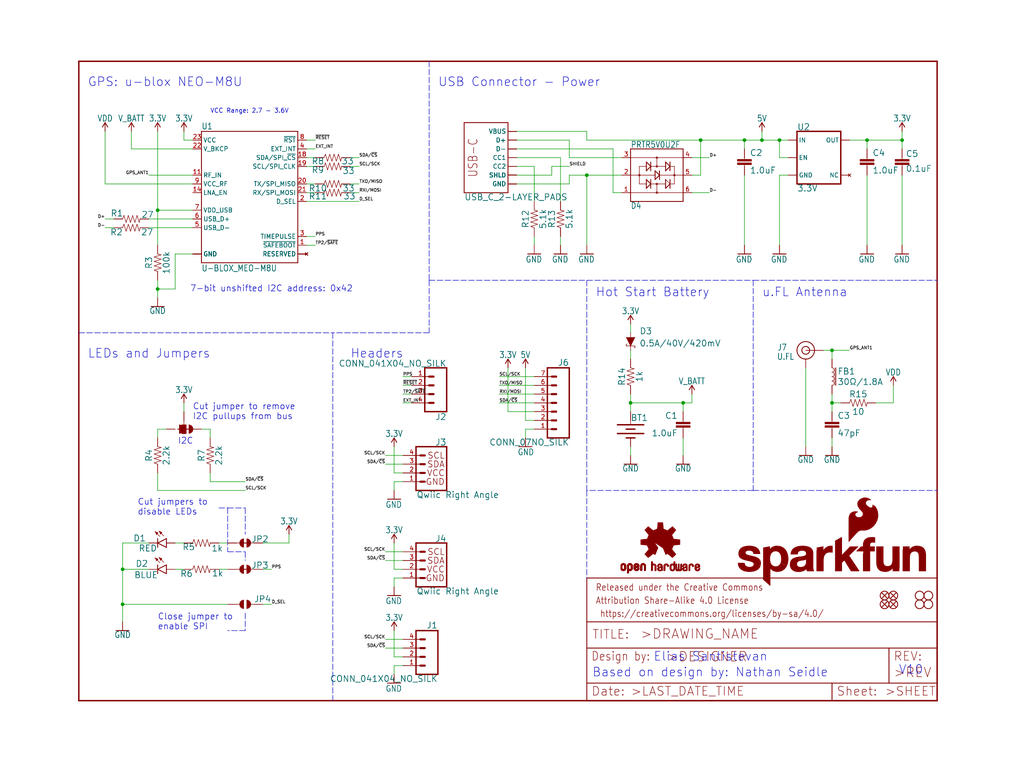
<source format=kicad_sch>
(kicad_sch (version 20211123) (generator eeschema)
  (paper "User" 297.002 223.926)
  (lib_symbols
    (symbol "schematicEagle-eagle-import:0.1UF-0603-25V-(+80{slash}-20%)"
      (property "Reference" "C" (at 1.524 2.921 0))
      (property "Value" "0.1UF-0603-25V-(+80{slash}-20%)" (at 1.524 -2.159 0))
      (symbol "0.1UF-0603-25V-(+80{slash}-20%)_1_0"
        (pin passive line (at 0 5.08 270) (length 2.54) (name "1") (number "1"))
        (pin passive line (at 0 -2.54 90) (length 2.54) (name "2") (number "2"))
      )
    )
    (symbol "schematicEagle-eagle-import:1.0UF-0603-16V-10%"
      (property "Reference" "C" (at 1.524 2.921 0))
      (property "Value" "1.0UF-0603-16V-10%" (at 1.524 -2.159 0))
      (symbol "1.0UF-0603-16V-10%_1_0"
        (pin passive line (at 0 5.08 270) (length 2.54) (name "1") (number "1"))
        (pin passive line (at 0 -2.54 90) (length 2.54) (name "2") (number "2"))
      )
    )
    (symbol "schematicEagle-eagle-import:100KOHM-0603-1{slash}10W-1%"
      (property "Reference" "R" (at 0 1.524 0))
      (property "Value" "100KOHM-0603-1{slash}10W-1%" (at 0 -1.524 0))
      (symbol "100KOHM-0603-1{slash}10W-1%_1_0"
        (pin passive line (at -5.08 0 0) (length 2.54) (name "1") (number "1"))
        (pin passive line (at 5.08 0 180) (length 2.54) (name "2") (number "2"))
      )
    )
    (symbol "schematicEagle-eagle-import:10OHM-0603-1{slash}10W-1%"
      (property "Reference" "R" (at 0 1.524 0))
      (property "Value" "10OHM-0603-1{slash}10W-1%" (at 0 -1.524 0))
      (symbol "10OHM-0603-1{slash}10W-1%_1_0"
        (pin passive line (at -5.08 0 0) (length 2.54) (name "1") (number "1"))
        (pin passive line (at 5.08 0 180) (length 2.54) (name "2") (number "2"))
      )
    )
    (symbol "schematicEagle-eagle-import:1KOHM-0603-1{slash}10W-1%"
      (property "Reference" "R" (at 0 1.524 0))
      (property "Value" "1KOHM-0603-1{slash}10W-1%" (at 0 -1.524 0))
      (symbol "1KOHM-0603-1{slash}10W-1%_1_0"
        (pin passive line (at -5.08 0 0) (length 2.54) (name "1") (number "1"))
        (pin passive line (at 5.08 0 180) (length 2.54) (name "2") (number "2"))
      )
    )
    (symbol "schematicEagle-eagle-import:2.2KOHM-0603-1{slash}10W-1%"
      (property "Reference" "R" (at 0 1.524 0))
      (property "Value" "2.2KOHM-0603-1{slash}10W-1%" (at 0 -1.524 0))
      (symbol "2.2KOHM-0603-1{slash}10W-1%_1_0"
        (pin passive line (at -5.08 0 0) (length 2.54) (name "1") (number "1"))
        (pin passive line (at 5.08 0 180) (length 2.54) (name "2") (number "2"))
      )
    )
    (symbol "schematicEagle-eagle-import:27OHM-0603-1{slash}10W-1%"
      (property "Reference" "R" (at 0 1.524 0))
      (property "Value" "27OHM-0603-1{slash}10W-1%" (at 0 -1.524 0))
      (symbol "27OHM-0603-1{slash}10W-1%_1_0"
        (pin passive line (at -5.08 0 0) (length 2.54) (name "1") (number "1"))
        (pin passive line (at 5.08 0 180) (length 2.54) (name "2") (number "2"))
      )
    )
    (symbol "schematicEagle-eagle-import:3.3V" (power)
      (property "Value" "3.3V" (at 0 2.794 0))
      (symbol "3.3V_1_0"
        (pin power_in line (at 0 0 90) (length 2.54) (name "3.3V") (number "1"))
      )
    )
    (symbol "schematicEagle-eagle-import:33OHM-0603-1{slash}10W-1%"
      (property "Reference" "R" (at 0 1.524 0))
      (property "Value" "33OHM-0603-1{slash}10W-1%" (at 0 -1.524 0))
      (symbol "33OHM-0603-1{slash}10W-1%_1_0"
        (pin passive line (at -5.08 0 0) (length 2.54) (name "1") (number "1"))
        (pin passive line (at 5.08 0 180) (length 2.54) (name "2") (number "2"))
      )
    )
    (symbol "schematicEagle-eagle-import:47PF-0603-50V-5%"
      (property "Reference" "C" (at 1.524 2.921 0))
      (property "Value" "47PF-0603-50V-5%" (at 1.524 -2.159 0))
      (symbol "47PF-0603-50V-5%_1_0"
        (pin passive line (at 0 5.08 270) (length 2.54) (name "1") (number "1"))
        (pin passive line (at 0 -2.54 90) (length 2.54) (name "2") (number "2"))
      )
    )
    (symbol "schematicEagle-eagle-import:5.1KOHM5.1KOHM-0603-1{slash}10W-1%"
      (property "Reference" "R" (at 0 1.524 0))
      (property "Value" "5.1KOHM5.1KOHM-0603-1{slash}10W-1%" (at 0 -1.524 0))
      (symbol "5.1KOHM5.1KOHM-0603-1{slash}10W-1%_1_0"
        (pin passive line (at -5.08 0 0) (length 2.54) (name "1") (number "1"))
        (pin passive line (at 5.08 0 180) (length 2.54) (name "2") (number "2"))
      )
    )
    (symbol "schematicEagle-eagle-import:5V" (power)
      (property "Value" "5V" (at 0 2.794 0))
      (symbol "5V_1_0"
        (pin power_in line (at 0 0 90) (length 2.54) (name "5V") (number "1"))
      )
    )
    (symbol "schematicEagle-eagle-import:CONN_041X04_NO_SILK"
      (property "Reference" "J" (at -5.08 8.128 0))
      (property "Value" "CONN_041X04_NO_SILK" (at -5.08 -7.366 0))
      (symbol "CONN_041X04_NO_SILK_1_0"
        (pin passive line (at 5.08 -2.54 180) (length 5.08) (name "1") (number "1"))
        (pin passive line (at 5.08 0 180) (length 5.08) (name "2") (number "2"))
        (pin passive line (at 5.08 2.54 180) (length 5.08) (name "3") (number "3"))
        (pin passive line (at 5.08 5.08 180) (length 5.08) (name "4") (number "4"))
      )
    )
    (symbol "schematicEagle-eagle-import:CONN_07NO_SILK"
      (property "Reference" "J" (at -5.08 13.208 0))
      (property "Value" "CONN_07NO_SILK" (at -5.08 -9.906 0))
      (symbol "CONN_07NO_SILK_1_0"
        (pin passive line (at 5.08 -5.08 180) (length 5.08) (name "1") (number "1"))
        (pin passive line (at 5.08 -2.54 180) (length 5.08) (name "2") (number "2"))
        (pin passive line (at 5.08 0 180) (length 5.08) (name "3") (number "3"))
        (pin passive line (at 5.08 2.54 180) (length 5.08) (name "4") (number "4"))
        (pin passive line (at 5.08 5.08 180) (length 5.08) (name "5") (number "5"))
        (pin passive line (at 5.08 7.62 180) (length 5.08) (name "6") (number "6"))
        (pin passive line (at 5.08 10.16 180) (length 5.08) (name "7") (number "7"))
      )
    )
    (symbol "schematicEagle-eagle-import:DIODE-SCHOTTKY-PMEG4005EJ"
      (property "Reference" "D" (at -2.54 2.032 0))
      (property "Value" "DIODE-SCHOTTKY-PMEG4005EJ" (at -2.54 -2.032 0))
      (symbol "DIODE-SCHOTTKY-PMEG4005EJ_1_0"
        (pin passive line (at -2.54 0 0) (length 0) (name "A") (number "A"))
        (pin passive line (at 2.54 0 180) (length 0) (name "C") (number "C"))
      )
    )
    (symbol "schematicEagle-eagle-import:FERRITE_BEAD-0603"
      (property "Reference" "FB" (at 1.27 2.54 0))
      (property "Value" "FERRITE_BEAD-0603" (at 1.27 -2.54 0))
      (symbol "FERRITE_BEAD-0603_1_0"
        (pin passive line (at 0 5.08 270) (length 2.54) (name "1") (number "1"))
        (pin passive line (at 0 -5.08 90) (length 2.54) (name "2") (number "2"))
      )
    )
    (symbol "schematicEagle-eagle-import:FIDUCIALUFIDUCIAL")
    (symbol "schematicEagle-eagle-import:FRAME-LETTER"
      (symbol "FRAME-LETTER_2_0"
        (text " https://creativecommons.org/licenses/by-sa/4.0/" (at 2.54 24.13 0) (effects (font (size 1.9304 1.6408)) (justify left bottom)))
        (text ">DESIGNER" (at 23.114 11.176 0) (effects (font (size 2.7432 2.7432)) (justify left bottom)))
        (text ">DRAWING_NAME" (at 15.494 17.78 0) (effects (font (size 2.7432 2.7432)) (justify left bottom)))
        (text ">LAST_DATE_TIME" (at 12.7 1.27 0) (effects (font (size 2.54 2.54)) (justify left bottom)))
        (text ">REV" (at 88.9 6.604 0) (effects (font (size 2.7432 2.7432)) (justify left bottom)))
        (text ">SHEET" (at 86.36 1.27 0) (effects (font (size 2.54 2.54)) (justify left bottom)))
        (text "Attribution Share-Alike 4.0 License" (at 2.54 27.94 0) (effects (font (size 1.9304 1.6408)) (justify left bottom)))
        (text "Date:" (at 1.27 1.27 0) (effects (font (size 2.54 2.54)) (justify left bottom)))
        (text "Design by:" (at 1.27 11.43 0) (effects (font (size 2.54 2.159)) (justify left bottom)))
        (text "Released under the Creative Commons" (at 2.54 31.75 0) (effects (font (size 1.9304 1.6408)) (justify left bottom)))
        (text "REV:" (at 88.9 11.43 0) (effects (font (size 2.54 2.54)) (justify left bottom)))
        (text "Sheet:" (at 72.39 1.27 0) (effects (font (size 2.54 2.54)) (justify left bottom)))
        (text "TITLE:" (at 1.524 17.78 0) (effects (font (size 2.54 2.54)) (justify left bottom)))
      )
    )
    (symbol "schematicEagle-eagle-import:GND" (power)
      (property "Value" "GND" (at 0 -0.254 0))
      (symbol "GND_1_0"
        (pin power_in line (at 0 2.54 270) (length 2.54) (name "GND") (number "1"))
      )
    )
    (symbol "schematicEagle-eagle-import:I2C_STANDARDQWIIC"
      (property "Reference" "J" (at -5.08 7.874 0))
      (property "Value" "I2C_STANDARDQWIIC" (at -5.08 -5.334 0))
      (symbol "I2C_STANDARDQWIIC_1_0"
        (text "GND" (at -4.572 -2.54 0) (effects (font (size 1.778 1.778)) (justify left)))
        (text "SCL" (at -4.572 5.08 0) (effects (font (size 1.778 1.778)) (justify left)))
        (text "SDA" (at -4.572 2.54 0) (effects (font (size 1.778 1.778)) (justify left)))
        (text "VCC" (at -4.572 0 0) (effects (font (size 1.778 1.778)) (justify left)))
        (pin power_in line (at 7.62 -2.54 180) (length 5.08) (name "1") (number "1"))
        (pin power_in line (at 7.62 0 180) (length 5.08) (name "2") (number "2"))
        (pin passive line (at 7.62 2.54 180) (length 5.08) (name "3") (number "3"))
        (pin passive line (at 7.62 5.08 180) (length 5.08) (name "4") (number "4"))
      )
    )
    (symbol "schematicEagle-eagle-import:JUMPER-SMT_2_NC_TRACE_SILK"
      (property "Reference" "JP" (at -2.54 2.54 0))
      (property "Value" "JUMPER-SMT_2_NC_TRACE_SILK" (at -2.54 -2.54 0))
      (symbol "JUMPER-SMT_2_NC_TRACE_SILK_1_0"
        (pin passive line (at -5.08 0 0) (length 2.54) (name "1") (number "1"))
        (pin passive line (at 5.08 0 180) (length 2.54) (name "2") (number "2"))
      )
    )
    (symbol "schematicEagle-eagle-import:JUMPER-SMT_2_NO_SILK"
      (property "Reference" "JP" (at -2.54 2.54 0))
      (property "Value" "JUMPER-SMT_2_NO_SILK" (at -2.54 -2.54 0))
      (symbol "JUMPER-SMT_2_NO_SILK_1_0"
        (pin passive line (at -5.08 0 0) (length 2.54) (name "1") (number "1"))
        (pin passive line (at 5.08 0 180) (length 2.54) (name "2") (number "2"))
      )
    )
    (symbol "schematicEagle-eagle-import:JUMPER-SMT_3_2-NC_TRACE_SILK"
      (property "Reference" "JP" (at 2.54 0.381 0))
      (property "Value" "JUMPER-SMT_3_2-NC_TRACE_SILK" (at 2.54 -0.381 0))
      (symbol "JUMPER-SMT_3_2-NC_TRACE_SILK_1_0"
        (pin passive line (at 0 5.08 270) (length 2.54) (name "1") (number "1"))
        (pin passive line (at -5.08 0 0) (length 2.54) (name "2") (number "2"))
        (pin passive line (at 0 -5.08 90) (length 2.54) (name "3") (number "3"))
      )
    )
    (symbol "schematicEagle-eagle-import:LED-BLUE0603"
      (property "Reference" "D" (at -3.429 -4.572 90))
      (property "Value" "LED-BLUE0603" (at 1.905 -4.572 90))
      (symbol "LED-BLUE0603_1_0"
        (pin passive line (at 0 2.54 270) (length 2.54) (name "A") (number "A"))
        (pin passive line (at 0 -5.08 90) (length 2.54) (name "C") (number "C"))
      )
    )
    (symbol "schematicEagle-eagle-import:LED-RED0603"
      (property "Reference" "D" (at -3.429 -4.572 90))
      (property "Value" "LED-RED0603" (at 1.905 -4.572 90))
      (symbol "LED-RED0603_1_0"
        (pin passive line (at 0 2.54 270) (length 2.54) (name "A") (number "A"))
        (pin passive line (at 0 -5.08 90) (length 2.54) (name "C") (number "C"))
      )
    )
    (symbol "schematicEagle-eagle-import:ML414H_IV01E_BATTERY"
      (property "Reference" "BT" (at 0 4.318 0))
      (property "Value" "ML414H_IV01E_BATTERY" (at 0 -4.318 0))
      (symbol "ML414H_IV01E_BATTERY_1_0"
        (pin power_in line (at -5.08 0 0) (length 2.54) (name "+") (number "+"))
        (pin power_in line (at 5.08 0 180) (length 2.54) (name "-") (number "-"))
      )
    )
    (symbol "schematicEagle-eagle-import:OSHW-LOGOMINI")
    (symbol "schematicEagle-eagle-import:PRTR5V0U2F"
      (property "Reference" "D" (at -7.62 7.874 0))
      (property "Value" "PRTR5V0U2F" (at -7.62 -7.874 0))
      (symbol "PRTR5V0U2F_1_0"
        (pin bidirectional line (at -10.16 5.08 0) (length 2.54) (name "1") (number "1"))
        (pin bidirectional line (at -10.16 0 0) (length 2.54) (name "2") (number "2"))
        (pin bidirectional line (at -10.16 -5.08 0) (length 2.54) (name "3") (number "3"))
        (pin bidirectional line (at 10.16 -5.08 180) (length 2.54) (name "4") (number "4"))
        (pin bidirectional line (at 10.16 0 180) (length 2.54) (name "5") (number "5"))
        (pin bidirectional line (at 10.16 5.08 180) (length 2.54) (name "6") (number "6"))
      )
    )
    (symbol "schematicEagle-eagle-import:SFE_LOGO_NAME_FLAME.1_INCH")
    (symbol "schematicEagle-eagle-import:STAND-OFF")
    (symbol "schematicEagle-eagle-import:U-BLOX_MEO-M8U"
      (property "Reference" "U" (at -12.7 18.288 0))
      (property "Value" "U-BLOX_MEO-M8U" (at -12.7 -22.86 0))
      (symbol "U-BLOX_MEO-M8U_1_0"
        (pin bidirectional line (at 17.78 -15.24 180) (length 2.54) (name "~{SAFEBOOT}") (number "1"))
        (pin bidirectional line (at -15.24 -17.78 0) (length 2.54) (name "GND") (number "10"))
        (pin bidirectional line (at -15.24 5.08 0) (length 2.54) (name "RF_IN") (number "11"))
        (pin bidirectional line (at -15.24 -17.78 0) (length 2.54) (name "GND") (number "12"))
        (pin bidirectional line (at -15.24 -17.78 0) (length 2.54) (name "GND") (number "13"))
        (pin bidirectional line (at -15.24 0 0) (length 2.54) (name "LNA_EN") (number "14"))
        (pin no_connect line (at 17.78 -17.78 180) (length 2.54) (name "RESERVED") (number "15"))
        (pin no_connect line (at 17.78 -17.78 180) (length 2.54) (name "RESERVED") (number "16"))
        (pin no_connect line (at 17.78 -17.78 180) (length 2.54) (name "RESERVED") (number "17"))
        (pin bidirectional line (at 17.78 10.16 180) (length 2.54) (name "SDA/SPI_~{CS}") (number "18"))
        (pin bidirectional line (at 17.78 7.62 180) (length 2.54) (name "SCL/SPI_CLK") (number "19"))
        (pin bidirectional line (at 17.78 -2.54 180) (length 2.54) (name "D_SEL") (number "2"))
        (pin bidirectional line (at 17.78 2.54 180) (length 2.54) (name "TX/SPI_MISO") (number "20"))
        (pin bidirectional line (at 17.78 0 180) (length 2.54) (name "RX/SPI_MOSI") (number "21"))
        (pin bidirectional line (at -15.24 12.7 0) (length 2.54) (name "V_BKCP") (number "22"))
        (pin bidirectional line (at -15.24 15.24 0) (length 2.54) (name "VCC") (number "23"))
        (pin bidirectional line (at -15.24 -17.78 0) (length 2.54) (name "GND") (number "24"))
        (pin bidirectional line (at 17.78 -12.7 180) (length 2.54) (name "TIMEPULSE") (number "3"))
        (pin bidirectional line (at 17.78 12.7 180) (length 2.54) (name "EXT_INT") (number "4"))
        (pin bidirectional line (at -15.24 -10.16 0) (length 2.54) (name "USB_D-") (number "5"))
        (pin bidirectional line (at -15.24 -7.62 0) (length 2.54) (name "USB_D+") (number "6"))
        (pin bidirectional line (at -15.24 -5.08 0) (length 2.54) (name "VDD_USB") (number "7"))
        (pin bidirectional line (at 17.78 15.24 180) (length 2.54) (name "~{RST}") (number "8"))
        (pin bidirectional line (at -15.24 2.54 0) (length 2.54) (name "VCC_RF") (number "9"))
      )
    )
    (symbol "schematicEagle-eagle-import:U.FL2PIN"
      (property "Reference" "J" (at 2.54 -5.08 0))
      (property "Value" "U.FL2PIN" (at 2.54 -7.62 0))
      (symbol "U.FL2PIN_1_0"
        (pin bidirectional line (at 0 -5.08 90) (length 2.54) (name "GND") (number "1"))
        (pin bidirectional line (at 0 -5.08 90) (length 2.54) (name "GND") (number "2"))
        (pin bidirectional line (at 5.08 0 180) (length 5.08) (name "SIGNAL") (number "FEED"))
      )
    )
    (symbol "schematicEagle-eagle-import:USB_C_2-LAYER_PADS"
      (property "Reference" "J" (at -2.54 10.414 0))
      (property "Value" "USB_C_2-LAYER_PADS" (at -2.54 -12.446 0))
      (symbol "USB_C_2-LAYER_PADS_1_0"
        (text "USB-C" (at 0 0 900) (effects (font (size 2.54 2.159))))
        (pin bidirectional line (at 12.7 0 180) (length 2.54) (name "CC1") (number "A5"))
        (pin bidirectional line (at 12.7 5.08 180) (length 2.54) (name "D+") (number "A6"))
        (pin bidirectional line (at 12.7 2.54 180) (length 2.54) (name "D-") (number "A7"))
        (pin bidirectional line (at 12.7 -2.54 180) (length 2.54) (name "CC2") (number "B5"))
        (pin bidirectional line (at 12.7 5.08 180) (length 2.54) (name "D+") (number "B6"))
        (pin bidirectional line (at 12.7 2.54 180) (length 2.54) (name "D-") (number "B7"))
        (pin bidirectional line (at 12.7 -7.62 180) (length 2.54) (name "GND") (number "GND"))
        (pin bidirectional line (at 12.7 -7.62 180) (length 2.54) (name "GND") (number "GND2"))
        (pin bidirectional line (at 12.7 -5.08 180) (length 2.54) (name "SHLD") (number "SHLD1"))
        (pin bidirectional line (at 12.7 -5.08 180) (length 2.54) (name "SHLD") (number "SHLD2"))
        (pin bidirectional line (at 12.7 -5.08 180) (length 2.54) (name "SHLD") (number "SHLD3"))
        (pin bidirectional line (at 12.7 -5.08 180) (length 2.54) (name "SHLD") (number "SHLD4"))
        (pin bidirectional line (at 12.7 7.62 180) (length 2.54) (name "VBUS") (number "VBUS1"))
        (pin bidirectional line (at 12.7 7.62 180) (length 2.54) (name "VBUS") (number "VBUS2"))
      )
    )
    (symbol "schematicEagle-eagle-import:VDD" (power)
      (property "Value" "VDD" (at 0 2.794 0))
      (symbol "VDD_1_0"
        (pin power_in line (at 0 0 90) (length 2.54) (name "VDD") (number "1"))
      )
    )
    (symbol "schematicEagle-eagle-import:V_BATT" (power)
      (property "Value" "V_BATT" (at 0 2.794 0))
      (symbol "V_BATT_1_0"
        (pin power_in line (at 0 0 90) (length 2.54) (name "V_BATT") (number "1"))
      )
    )
    (symbol "schematicEagle-eagle-import:V_REG_AP2112K-3.3V"
      (property "Reference" "U" (at -7.62 7.874 0))
      (property "Value" "V_REG_AP2112K-3.3V" (at -7.62 -7.874 0))
      (symbol "V_REG_AP2112K-3.3V_1_0"
        (pin input line (at -10.16 5.08 0) (length 2.54) (name "IN") (number "1"))
        (pin input line (at -10.16 -5.08 0) (length 2.54) (name "GND") (number "2"))
        (pin input line (at -10.16 0 0) (length 2.54) (name "EN") (number "3"))
        (pin no_connect line (at 7.62 -5.08 180) (length 2.54) (name "NC") (number "4"))
        (pin passive line (at 7.62 5.08 180) (length 2.54) (name "OUT") (number "5"))
      )
    )
  )
  (junction (at 198.12 116.84))
  (junction (at 170.18 50.8))
  (junction (at 182.88 116.84))
  (junction (at 226.06 40.64))
  (junction (at 261.62 40.64))
  (junction (at 35.56 175.26))
  (junction (at 35.56 165.1))
  (junction (at 215.9 40.64))
  (junction (at 45.72 60.96))
  (junction (at 203.2 40.64))
  (junction (at 241.3 116.84))
  (junction (at 241.3 101.6))
  (junction (at 220.98 40.64))
  (junction (at 251.46 40.64))
  (junction (at 45.72 83.82))
  (wire (pts (xy 241.3 129.54) (xy 241.3 127)))
  (wire (pts (xy 226.06 40.64) (xy 220.98 40.64)))
  (wire (pts (xy 241.3 114.3) (xy 241.3 116.84)))
  (polyline (pts (xy 71.12 160.02) (xy 71.12 162.56)))
  (wire (pts (xy 182.88 114.3) (xy 182.88 116.84)))
  (wire (pts (xy 116.84 134.62) (xy 111.76 134.62)))
  (wire (pts (xy 241.3 101.6) (xy 238.76 101.6)))
  (wire (pts (xy 165.1 45.72) (xy 180.34 45.72)))
  (polyline (pts (xy 124.46 96.52) (xy 96.52 96.52)))
  (wire (pts (xy 60.96 127) (xy 60.96 124.46)))
  (wire (pts (xy 116.84 139.7) (xy 114.3 139.7)))
  (wire (pts (xy 251.46 71.12) (xy 251.46 50.8)))
  (polyline (pts (xy 170.18 81.28) (xy 218.44 81.28)))
  (wire (pts (xy 233.68 129.54) (xy 233.68 106.68)))
  (wire (pts (xy 226.06 50.8) (xy 226.06 71.12)))
  (wire (pts (xy 243.84 116.84) (xy 241.3 116.84)))
  (wire (pts (xy 177.8 43.18) (xy 177.8 55.88)))
  (wire (pts (xy 182.88 101.6) (xy 182.88 104.14)))
  (wire (pts (xy 198.12 116.84) (xy 182.88 116.84)))
  (wire (pts (xy 160.02 50.8) (xy 160.02 48.26)))
  (wire (pts (xy 83.82 157.48) (xy 83.82 154.94)))
  (wire (pts (xy 101.6 55.88) (xy 104.14 55.88)))
  (wire (pts (xy 182.88 93.98) (xy 182.88 96.52)))
  (wire (pts (xy 220.98 40.64) (xy 215.9 40.64)))
  (wire (pts (xy 154.94 124.46) (xy 152.4 124.46)))
  (wire (pts (xy 251.46 40.64) (xy 261.62 40.64)))
  (wire (pts (xy 170.18 38.1) (xy 170.18 40.64)))
  (wire (pts (xy 88.9 40.64) (xy 91.44 40.64)))
  (wire (pts (xy 114.3 193.04) (xy 114.3 195.58)))
  (wire (pts (xy 200.66 116.84) (xy 198.12 116.84)))
  (wire (pts (xy 241.3 101.6) (xy 241.3 104.14)))
  (wire (pts (xy 45.72 137.16) (xy 45.72 142.24)))
  (wire (pts (xy 38.1 38.1) (xy 38.1 43.18)))
  (wire (pts (xy 55.88 43.18) (xy 38.1 43.18)))
  (wire (pts (xy 60.96 124.46) (xy 58.42 124.46)))
  (wire (pts (xy 33.02 66.04) (xy 30.48 66.04)))
  (wire (pts (xy 149.86 38.1) (xy 170.18 38.1)))
  (wire (pts (xy 182.88 116.84) (xy 182.88 119.38)))
  (wire (pts (xy 116.84 162.56) (xy 111.76 162.56)))
  (wire (pts (xy 149.86 50.8) (xy 160.02 50.8)))
  (wire (pts (xy 101.6 53.34) (xy 104.14 53.34)))
  (wire (pts (xy 116.84 185.42) (xy 111.76 185.42)))
  (wire (pts (xy 78.74 175.26) (xy 76.2 175.26)))
  (wire (pts (xy 200.66 55.88) (xy 205.74 55.88)))
  (wire (pts (xy 154.94 116.84) (xy 144.78 116.84)))
  (wire (pts (xy 88.9 71.12) (xy 91.44 71.12)))
  (wire (pts (xy 246.38 40.64) (xy 251.46 40.64)))
  (wire (pts (xy 154.94 121.92) (xy 152.4 121.92)))
  (wire (pts (xy 55.88 66.04) (xy 43.18 66.04)))
  (wire (pts (xy 55.88 73.66) (xy 50.8 73.66)))
  (wire (pts (xy 33.02 63.5) (xy 30.48 63.5)))
  (polyline (pts (xy 218.44 142.24) (xy 271.78 142.24)))
  (wire (pts (xy 149.86 43.18) (xy 177.8 43.18)))
  (wire (pts (xy 200.66 114.3) (xy 200.66 116.84)))
  (polyline (pts (xy 66.04 160.02) (xy 71.12 160.02)))
  (wire (pts (xy 154.94 119.38) (xy 147.32 119.38)))
  (wire (pts (xy 154.94 58.42) (xy 154.94 48.26)))
  (wire (pts (xy 241.3 116.84) (xy 241.3 119.38)))
  (wire (pts (xy 203.2 40.64) (xy 170.18 40.64)))
  (wire (pts (xy 45.72 127) (xy 45.72 124.46)))
  (wire (pts (xy 119.38 116.84) (xy 116.84 116.84)))
  (wire (pts (xy 154.94 111.76) (xy 144.78 111.76)))
  (wire (pts (xy 50.8 73.66) (xy 50.8 83.82)))
  (wire (pts (xy 200.66 50.8) (xy 203.2 50.8)))
  (wire (pts (xy 116.84 165.1) (xy 114.3 165.1)))
  (wire (pts (xy 116.84 190.5) (xy 114.3 190.5)))
  (wire (pts (xy 261.62 38.1) (xy 261.62 40.64)))
  (wire (pts (xy 259.08 116.84) (xy 259.08 111.76)))
  (wire (pts (xy 116.84 187.96) (xy 111.76 187.96)))
  (wire (pts (xy 182.88 129.54) (xy 182.88 132.08)))
  (wire (pts (xy 154.94 68.58) (xy 154.94 71.12)))
  (wire (pts (xy 198.12 116.84) (xy 198.12 119.38)))
  (wire (pts (xy 180.34 50.8) (xy 170.18 50.8)))
  (wire (pts (xy 91.44 55.88) (xy 88.9 55.88)))
  (wire (pts (xy 160.02 48.26) (xy 165.1 48.26)))
  (wire (pts (xy 66.04 175.26) (xy 35.56 175.26)))
  (wire (pts (xy 154.94 48.26) (xy 149.86 48.26)))
  (wire (pts (xy 43.18 165.1) (xy 35.56 165.1)))
  (wire (pts (xy 251.46 40.64) (xy 251.46 43.18)))
  (polyline (pts (xy 124.46 81.28) (xy 124.46 96.52)))
  (wire (pts (xy 114.3 137.16) (xy 114.3 129.54)))
  (wire (pts (xy 147.32 119.38) (xy 147.32 106.68)))
  (wire (pts (xy 53.34 116.84) (xy 53.34 119.38)))
  (wire (pts (xy 220.98 40.64) (xy 220.98 38.1)))
  (wire (pts (xy 154.94 114.3) (xy 144.78 114.3)))
  (wire (pts (xy 101.6 45.72) (xy 104.14 45.72)))
  (wire (pts (xy 45.72 38.1) (xy 45.72 60.96)))
  (wire (pts (xy 55.88 40.64) (xy 53.34 40.64)))
  (wire (pts (xy 45.72 142.24) (xy 71.12 142.24)))
  (wire (pts (xy 66.04 165.1) (xy 63.5 165.1)))
  (wire (pts (xy 76.2 157.48) (xy 83.82 157.48)))
  (polyline (pts (xy 170.18 81.28) (xy 170.18 142.24)))
  (wire (pts (xy 91.44 48.26) (xy 88.9 48.26)))
  (wire (pts (xy 119.38 111.76) (xy 116.84 111.76)))
  (wire (pts (xy 177.8 55.88) (xy 180.34 55.88)))
  (wire (pts (xy 116.84 160.02) (xy 111.76 160.02)))
  (polyline (pts (xy 71.12 147.32) (xy 71.12 154.94)))
  (polyline (pts (xy 170.18 142.24) (xy 170.18 167.64)))
  (wire (pts (xy 170.18 50.8) (xy 170.18 71.12)))
  (wire (pts (xy 149.86 45.72) (xy 162.56 45.72)))
  (wire (pts (xy 101.6 48.26) (xy 104.14 48.26)))
  (wire (pts (xy 114.3 167.64) (xy 114.3 170.18)))
  (wire (pts (xy 200.66 45.72) (xy 205.74 45.72)))
  (wire (pts (xy 116.84 137.16) (xy 114.3 137.16)))
  (wire (pts (xy 53.34 38.1) (xy 53.34 40.64)))
  (wire (pts (xy 152.4 121.92) (xy 152.4 106.68)))
  (wire (pts (xy 50.8 157.48) (xy 53.34 157.48)))
  (wire (pts (xy 116.84 132.08) (xy 111.76 132.08)))
  (wire (pts (xy 114.3 139.7) (xy 114.3 142.24)))
  (wire (pts (xy 165.1 45.72) (xy 165.1 40.64)))
  (wire (pts (xy 35.56 165.1) (xy 35.56 175.26)))
  (polyline (pts (xy 71.12 182.88) (xy 66.04 182.88)))
  (polyline (pts (xy 218.44 142.24) (xy 170.18 142.24)))
  (polyline (pts (xy 71.12 177.8) (xy 71.12 182.88)))
  (wire (pts (xy 165.1 50.8) (xy 165.1 53.34)))
  (wire (pts (xy 35.56 175.26) (xy 35.56 180.34)))
  (wire (pts (xy 119.38 114.3) (xy 116.84 114.3)))
  (wire (pts (xy 203.2 50.8) (xy 203.2 40.64)))
  (polyline (pts (xy 218.44 81.28) (xy 218.44 142.24)))
  (wire (pts (xy 165.1 53.34) (xy 149.86 53.34)))
  (wire (pts (xy 154.94 109.22) (xy 144.78 109.22)))
  (polyline (pts (xy 218.44 81.28) (xy 271.78 81.28)))
  (wire (pts (xy 114.3 165.1) (xy 114.3 157.48)))
  (wire (pts (xy 88.9 58.42) (xy 104.14 58.42)))
  (wire (pts (xy 261.62 71.12) (xy 261.62 50.8)))
  (wire (pts (xy 261.62 43.18) (xy 261.62 40.64)))
  (wire (pts (xy 215.9 40.64) (xy 203.2 40.64)))
  (wire (pts (xy 152.4 124.46) (xy 152.4 127)))
  (wire (pts (xy 66.04 157.48) (xy 63.5 157.48)))
  (wire (pts (xy 88.9 43.18) (xy 91.44 43.18)))
  (wire (pts (xy 119.38 109.22) (xy 116.84 109.22)))
  (wire (pts (xy 45.72 81.28) (xy 45.72 83.82)))
  (wire (pts (xy 88.9 68.58) (xy 91.44 68.58)))
  (wire (pts (xy 114.3 190.5) (xy 114.3 182.88)))
  (wire (pts (xy 60.96 139.7) (xy 71.12 139.7)))
  (wire (pts (xy 60.96 137.16) (xy 60.96 139.7)))
  (wire (pts (xy 53.34 165.1) (xy 50.8 165.1)))
  (wire (pts (xy 170.18 50.8) (xy 165.1 50.8)))
  (wire (pts (xy 228.6 50.8) (xy 226.06 50.8)))
  (wire (pts (xy 45.72 124.46) (xy 48.26 124.46)))
  (wire (pts (xy 162.56 45.72) (xy 162.56 58.42)))
  (wire (pts (xy 45.72 83.82) (xy 45.72 86.36)))
  (wire (pts (xy 50.8 83.82) (xy 45.72 83.82)))
  (polyline (pts (xy 96.52 96.52) (xy 96.52 203.2)))
  (wire (pts (xy 55.88 50.8) (xy 43.18 50.8)))
  (wire (pts (xy 45.72 60.96) (xy 45.72 71.12)))
  (wire (pts (xy 226.06 45.72) (xy 226.06 40.64)))
  (wire (pts (xy 55.88 63.5) (xy 43.18 63.5)))
  (wire (pts (xy 198.12 127) (xy 198.12 132.08)))
  (polyline (pts (xy 63.5 147.32) (xy 66.04 147.32)))
  (polyline (pts (xy 66.04 147.32) (xy 66.04 160.02)))
  (wire (pts (xy 76.2 165.1) (xy 78.74 165.1)))
  (polyline (pts (xy 124.46 17.78) (xy 124.46 81.28)))
  (wire (pts (xy 55.88 53.34) (xy 30.48 53.34)))
  (wire (pts (xy 35.56 157.48) (xy 35.56 165.1)))
  (wire (pts (xy 91.44 53.34) (xy 88.9 53.34)))
  (wire (pts (xy 55.88 60.96) (xy 45.72 60.96)))
  (wire (pts (xy 30.48 53.34) (xy 30.48 38.1)))
  (wire (pts (xy 215.9 43.18) (xy 215.9 40.64)))
  (wire (pts (xy 215.9 71.12) (xy 215.9 50.8)))
  (polyline (pts (xy 66.04 147.32) (xy 71.12 147.32)))
  (wire (pts (xy 228.6 45.72) (xy 226.06 45.72)))
  (wire (pts (xy 165.1 40.64) (xy 149.86 40.64)))
  (wire (pts (xy 254 116.84) (xy 259.08 116.84)))
  (polyline (pts (xy 124.46 81.28) (xy 170.18 81.28)))
  (polyline (pts (xy 22.86 96.52) (xy 96.52 96.52)))
  (wire (pts (xy 116.84 193.04) (xy 114.3 193.04)))
  (wire (pts (xy 116.84 167.64) (xy 114.3 167.64)))
  (wire (pts (xy 226.06 40.64) (xy 228.6 40.64)))
  (wire (pts (xy 162.56 68.58) (xy 162.56 71.12)))
  (wire (pts (xy 91.44 45.72) (xy 88.9 45.72)))
  (wire (pts (xy 35.56 157.48) (xy 43.18 157.48)))
  (wire (pts (xy 246.38 101.6) (xy 241.3 101.6)))
  (text "Based on design by: Nathan Seidle" (at 171.704 196.596 180) (effects (font (size 2.54 2.54)) (justify left bottom)))
  (text "Headers" (at 101.6 104.14 180) (effects (font (size 2.54 2.54)) (justify left bottom)))
  (text "u.FL Antenna" (at 220.98 86.36 180) (effects (font (size 2.54 2.54)) (justify left bottom)))
  (text "V10" (at 260.604 195.834 180) (effects (font (size 2.54 2.54)) (justify left bottom)))
  (text "VCC Range: 2.7 - 3.6V" (at 60.96 33.02 180) (effects (font (size 1.27 1.27)) (justify left bottom)))
  (text "LEDs and Jumpers" (at 25.4 104.14 180) (effects (font (size 2.54 2.54)) (justify left bottom)))
  (text "Elias Santistevan" (at 189.484 192.024 180) (effects (font (size 2.54 2.54)) (justify left bottom)))
  (text "GPS: u-blox NEO-M8U" (at 25.4 25.4 180) (effects (font (size 2.54 2.54)) (justify left bottom)))
  (text "I2C" (at 51.562 129.032 180) (effects (font (size 1.778 1.778)) (justify left bottom)))
  (text "Hot Start Battery" (at 172.72 86.36 180) (effects (font (size 2.54 2.54)) (justify left bottom)))
  (text "USB Connector - Power" (at 127 25.4 180) (effects (font (size 2.54 2.54)) (justify left bottom)))
  (text "Cut jumper to remove\nI2C pullups from bus" (at 55.88 121.92 180) (effects (font (size 1.778 1.778)) (justify left bottom)))
  (text "Cut jumpers to\ndisable LEDs" (at 39.878 149.606 180) (effects (font (size 1.778 1.778)) (justify left bottom)))
  (text "Close jumper to\nenable SPI" (at 45.72 182.88 180) (effects (font (size 1.778 1.778)) (justify left bottom)))
  (text "7-bit unshifted I2C address: 0x42" (at 78.74 83.82 180) (effects (font (size 1.778 1.778))))
  (label "SCL/SCK" (at 144.78 109.22 0) (effects (font (size 0.889 0.889))))
  (label "SHIELD" (at 165.1 48.26 0) (effects (font (size 0.889 0.889))))
  (label "RXI/MOSI" (at 104.14 55.88 0) (effects (font (size 0.889 0.889))))
  (label "SCL/SCK" (at 111.76 185.42 180) (effects (font (size 0.889 0.889))))
  (label "SDA/~{CS}" (at 111.76 162.56 180) (effects (font (size 0.889 0.889))))
  (label "GPS_ANT1" (at 246.38 101.6 0) (effects (font (size 0.889 0.889))))
  (label "SDA/~{CS}" (at 111.76 134.62 180) (effects (font (size 0.889 0.889))))
  (label "SCL/SCK" (at 71.12 142.24 0) (effects (font (size 0.889 0.889))))
  (label "SCL/SCK" (at 104.14 48.26 0) (effects (font (size 0.889 0.889))))
  (label "GPS_ANT1" (at 43.18 50.8 180) (effects (font (size 0.889 0.889))))
  (label "SDA/~{CS}" (at 144.78 116.84 0) (effects (font (size 0.889 0.889))))
  (label "TXO/MISO" (at 104.14 53.34 0) (effects (font (size 0.889 0.889))))
  (label "PPS" (at 116.84 109.22 0) (effects (font (size 0.889 0.889))))
  (label "D-" (at 205.74 55.88 0) (effects (font (size 0.889 0.889))))
  (label "D_SEL" (at 104.14 58.42 0) (effects (font (size 0.889 0.889))))
  (label "SDA/~{CS}" (at 111.76 187.96 180) (effects (font (size 0.889 0.889))))
  (label "EXT_INT" (at 116.84 116.84 0) (effects (font (size 0.889 0.889))))
  (label "TP2/~{SAFE}" (at 116.84 114.3 0) (effects (font (size 0.889 0.889))))
  (label "SCL/SCK" (at 111.76 160.02 180) (effects (font (size 0.889 0.889))))
  (label "D-" (at 30.48 66.04 180) (effects (font (size 0.889 0.889))))
  (label "PPS" (at 78.74 165.1 0) (effects (font (size 0.889 0.889))))
  (label "D_SEL" (at 78.74 175.26 0) (effects (font (size 0.889 0.889))))
  (label "TXO/MISO" (at 144.78 111.76 0) (effects (font (size 0.889 0.889))))
  (label "SDA/~{CS}" (at 104.14 45.72 0) (effects (font (size 0.889 0.889))))
  (label "~{RESET}" (at 116.84 111.76 0) (effects (font (size 0.889 0.889))))
  (label "EXT_INT" (at 91.44 43.18 0) (effects (font (size 0.889 0.889))))
  (label "D+" (at 205.74 45.72 0) (effects (font (size 0.889 0.889))))
  (label "SCL/SCK" (at 111.76 132.08 180) (effects (font (size 0.889 0.889))))
  (label "PPS" (at 91.44 68.58 0) (effects (font (size 0.889 0.889))))
  (label "RXI/MOSI" (at 144.78 114.3 0) (effects (font (size 0.889 0.889))))
  (label "TP2/~{SAFE}" (at 91.44 71.12 0) (effects (font (size 0.889 0.889))))
  (label "D+" (at 30.48 63.5 180) (effects (font (size 0.889 0.889))))
  (label "SDA/~{CS}" (at 71.12 139.7 0) (effects (font (size 0.889 0.889))))
  (label "~{RESET}" (at 91.44 40.64 0) (effects (font (size 0.889 0.889))))
  (symbol (lib_id "schematicEagle-eagle-import:3.3V") (at 83.82 154.94 0) (unit 1)
    (property "Reference" "#P+1" (effects hide))
    (property "Value" "3.3V" (at 83.82 152.146 0) (effects (font (size 1.778 1.5113)) (justify bottom)))
    (property "Footprint" "schematicEagle:" (effects hide))
  )
  (symbol (lib_id "schematicEagle-eagle-import:3.3V") (at 45.72 38.1 0) (mirror y) (unit 1)
    (property "Reference" "#SUPPLY6" (effects hide))
    (property "Value" "3.3V" (at 45.72 35.306 0) (effects (font (size 1.778 1.5113)) (justify bottom)))
    (property "Footprint" "schematicEagle:" (effects hide))
  )
  (symbol (lib_id "schematicEagle-eagle-import:2.2KOHM-0603-1{slash}10W-1%") (at 45.72 132.08 90) (unit 1)
    (property "Reference" "R4" (at 44.196 132.08 0) (effects (font (size 1.778 1.778)) (justify bottom)))
    (property "Value" "2.2k" (at 47.244 132.08 0) (effects (font (size 1.778 1.778)) (justify top)))
    (property "Footprint" "schematicEagle:0603" (effects hide))
  )
  (symbol (lib_id "schematicEagle-eagle-import:GND") (at 154.94 73.66 0) (unit 1)
    (property "Reference" "#GND15" (effects hide))
    (property "Value" "GND" (at 152.4 76.2 0) (effects (font (size 1.778 1.5113)) (justify left bottom)))
    (property "Footprint" "schematicEagle:" (effects hide))
  )
  (symbol (lib_id "schematicEagle-eagle-import:GND") (at 241.3 132.08 0) (unit 1)
    (property "Reference" "#GND18" (effects hide))
    (property "Value" "GND" (at 241.3 132.334 0) (effects (font (size 1.778 1.5113)) (justify top)))
    (property "Footprint" "schematicEagle:" (effects hide))
  )
  (symbol (lib_id "schematicEagle-eagle-import:3.3V") (at 147.32 106.68 0) (unit 1)
    (property "Reference" "#SUPPLY10" (effects hide))
    (property "Value" "3.3V" (at 147.32 103.886 0) (effects (font (size 1.778 1.5113)) (justify bottom)))
    (property "Footprint" "schematicEagle:" (effects hide))
  )
  (symbol (lib_id "schematicEagle-eagle-import:JUMPER-SMT_2_NC_TRACE_SILK") (at 71.12 157.48 0) (unit 1)
    (property "Reference" "JP2" (at 77.978 155.321 0) (effects (font (size 1.778 1.778)) (justify right top)))
    (property "Value" "JUMPER-SMT_2_NC_TRACE_SILK" (effects hide))
    (property "Footprint" "schematicEagle:SMT-JUMPER_2_NC_TRACE_SILK" (effects hide))
  )
  (symbol (lib_id "schematicEagle-eagle-import:V_REG_AP2112K-3.3V") (at 238.76 45.72 0) (unit 1)
    (property "Reference" "U2" (at 231.14 37.846 0) (effects (font (size 1.778 1.778)) (justify left bottom)))
    (property "Value" "3.3V" (at 231.14 53.594 0) (effects (font (size 1.778 1.778)) (justify left top)))
    (property "Footprint" "schematicEagle:SOT23-5" (effects hide))
  )
  (symbol (lib_id "schematicEagle-eagle-import:33OHM-0603-1{slash}10W-1%") (at 96.52 55.88 0) (unit 1)
    (property "Reference" "R11" (at 92.202 57.912 0) (effects (font (size 1.778 1.778)) (justify bottom)))
    (property "Value" "33" (at 101.346 57.912 0) (effects (font (size 1.778 1.778)) (justify bottom)))
    (property "Footprint" "schematicEagle:0603" (effects hide))
  )
  (symbol (lib_id "schematicEagle-eagle-import:FRAME-LETTER") (at 170.18 203.2 0) (unit 2)
    (property "Reference" "FRAME1" (effects hide))
    (property "Value" "FRAME-LETTER" (effects hide))
    (property "Footprint" "schematicEagle:CREATIVE_COMMONS" (effects hide))
  )
  (symbol (lib_id "schematicEagle-eagle-import:GND") (at 233.68 132.08 0) (unit 1)
    (property "Reference" "#GND27" (effects hide))
    (property "Value" "GND" (at 233.68 132.334 0) (effects (font (size 1.778 1.5113)) (justify top)))
    (property "Footprint" "schematicEagle:" (effects hide))
  )
  (symbol (lib_id "schematicEagle-eagle-import:1.0UF-0603-16V-10%") (at 215.9 48.26 0) (unit 1)
    (property "Reference" "C2" (at 217.424 45.339 0) (effects (font (size 1.778 1.778)) (justify left bottom)))
    (property "Value" "1.0uF" (at 217.424 50.419 0) (effects (font (size 1.778 1.778)) (justify left bottom)))
    (property "Footprint" "schematicEagle:0603" (effects hide))
  )
  (symbol (lib_id "schematicEagle-eagle-import:GND") (at 162.56 73.66 0) (unit 1)
    (property "Reference" "#GND9" (effects hide))
    (property "Value" "GND" (at 160.02 76.2 0) (effects (font (size 1.778 1.5113)) (justify left bottom)))
    (property "Footprint" "schematicEagle:" (effects hide))
  )
  (symbol (lib_id "schematicEagle-eagle-import:V_BATT") (at 38.1 38.1 0) (unit 1)
    (property "Reference" "#SUPPLY13" (effects hide))
    (property "Value" "V_BATT" (at 38.1 35.306 0) (effects (font (size 1.778 1.5113)) (justify bottom)))
    (property "Footprint" "schematicEagle:" (effects hide))
  )
  (symbol (lib_id "schematicEagle-eagle-import:VDD") (at 259.08 111.76 0) (unit 1)
    (property "Reference" "#SUPPLY15" (effects hide))
    (property "Value" "VDD" (at 259.08 108.966 0) (effects (font (size 1.778 1.5113)) (justify bottom)))
    (property "Footprint" "schematicEagle:" (effects hide))
  )
  (symbol (lib_id "schematicEagle-eagle-import:FERRITE_BEAD-0603") (at 241.3 109.22 0) (unit 1)
    (property "Reference" "FB1" (at 242.824 108.712 0) (effects (font (size 1.778 1.778)) (justify left bottom)))
    (property "Value" "30Ω/1.8A" (at 242.824 109.728 0) (effects (font (size 1.778 1.778)) (justify left top)))
    (property "Footprint" "schematicEagle:0603" (effects hide))
  )
  (symbol (lib_id "schematicEagle-eagle-import:JUMPER-SMT_2_NO_SILK") (at 71.12 175.26 0) (unit 1)
    (property "Reference" "JP4" (at 78.74 172.72 0) (effects (font (size 1.778 1.778)) (justify right top)))
    (property "Value" "JUMPER-SMT_2_NO_SILK" (effects hide))
    (property "Footprint" "schematicEagle:SMT-JUMPER_2_NO_SILK" (effects hide))
  )
  (symbol (lib_id "schematicEagle-eagle-import:VDD") (at 30.48 38.1 0) (unit 1)
    (property "Reference" "#SUPPLY14" (effects hide))
    (property "Value" "VDD" (at 30.48 35.306 0) (effects (font (size 1.778 1.5113)) (justify bottom)))
    (property "Footprint" "schematicEagle:" (effects hide))
  )
  (symbol (lib_id "schematicEagle-eagle-import:5.1KOHM5.1KOHM-0603-1{slash}10W-1%") (at 154.94 63.5 90) (unit 1)
    (property "Reference" "R12" (at 153.416 63.5 0) (effects (font (size 1.778 1.778)) (justify bottom)))
    (property "Value" "5.1k" (at 156.464 63.5 0) (effects (font (size 1.778 1.778)) (justify top)))
    (property "Footprint" "schematicEagle:0603" (effects hide))
  )
  (symbol (lib_id "schematicEagle-eagle-import:33OHM-0603-1{slash}10W-1%") (at 96.52 45.72 0) (unit 1)
    (property "Reference" "R8" (at 92.202 47.752 0) (effects (font (size 1.778 1.778)) (justify bottom)))
    (property "Value" "33" (at 100.838 47.752 0) (effects (font (size 1.778 1.778)) (justify bottom)))
    (property "Footprint" "schematicEagle:0603" (effects hide))
  )
  (symbol (lib_id "schematicEagle-eagle-import:CONN_07NO_SILK") (at 160.02 119.38 0) (mirror y) (unit 1)
    (property "Reference" "J6" (at 165.1 106.172 0) (effects (font (size 1.778 1.778)) (justify left bottom)))
    (property "Value" "CONN_07NO_SILK" (at 165.1 129.286 0) (effects (font (size 1.778 1.778)) (justify left bottom)))
    (property "Footprint" "schematicEagle:1X07_NO_SILK" (effects hide))
  )
  (symbol (lib_id "schematicEagle-eagle-import:GND") (at 251.46 73.66 0) (unit 1)
    (property "Reference" "#GND11" (effects hide))
    (property "Value" "GND" (at 248.92 76.2 0) (effects (font (size 1.778 1.5113)) (justify left bottom)))
    (property "Footprint" "schematicEagle:" (effects hide))
  )
  (symbol (lib_id "schematicEagle-eagle-import:ML414H_IV01E_BATTERY") (at 182.88 124.46 270) (unit 1)
    (property "Reference" "BT1" (at 185.42 122.174 90) (effects (font (size 1.778 1.778)) (justify bottom)))
    (property "Value" "6.8MM_COIN_CELL" (effects hide))
    (property "Footprint" "schematicEagle:ML414H_IV01E" (effects hide))
  )
  (symbol (lib_id "schematicEagle-eagle-import:GND") (at 114.3 198.12 0) (unit 1)
    (property "Reference" "#GND7" (effects hide))
    (property "Value" "GND" (at 111.76 200.66 0) (effects (font (size 1.778 1.5113)) (justify left bottom)))
    (property "Footprint" "schematicEagle:" (effects hide))
  )
  (symbol (lib_id "schematicEagle-eagle-import:3.3V") (at 114.3 157.48 0) (unit 1)
    (property "Reference" "#SUPPLY8" (effects hide))
    (property "Value" "3.3V" (at 114.3 154.686 0) (effects (font (size 1.778 1.5113)) (justify bottom)))
    (property "Footprint" "schematicEagle:" (effects hide))
  )
  (symbol (lib_id "schematicEagle-eagle-import:3.3V") (at 182.88 93.98 0) (unit 1)
    (property "Reference" "#SUPPLY5" (effects hide))
    (property "Value" "3.3V" (at 182.88 91.186 0) (effects (font (size 1.778 1.5113)) (justify bottom)))
    (property "Footprint" "schematicEagle:" (effects hide))
  )
  (symbol (lib_id "schematicEagle-eagle-import:PRTR5V0U2F") (at 190.5 50.8 0) (mirror x) (unit 1)
    (property "Reference" "D4" (at 182.88 58.674 0) (effects (font (size 1.778 1.5113)) (justify left bottom)))
    (property "Value" "PRTR5V0U2F" (at 182.88 42.926 0) (effects (font (size 1.778 1.5113)) (justify left top)))
    (property "Footprint" "schematicEagle:SOT886" (effects hide))
  )
  (symbol (lib_id "schematicEagle-eagle-import:FIDUCIALUFIDUCIAL") (at 259.08 175.26 270) (unit 1)
    (property "Reference" "JP8" (effects hide))
    (property "Value" "FIDUCIALUFIDUCIAL" (effects hide))
    (property "Footprint" "schematicEagle:MICRO-FIDUCIAL" (effects hide))
  )
  (symbol (lib_id "schematicEagle-eagle-import:LED-BLUE0603") (at 48.26 165.1 270) (unit 1)
    (property "Reference" "D2" (at 39.243 164.465 90) (effects (font (size 1.778 1.778)) (justify left bottom)))
    (property "Value" "BLUE" (at 38.862 165.735 90) (effects (font (size 1.778 1.778)) (justify left top)))
    (property "Footprint" "schematicEagle:LED-0603" (effects hide))
  )
  (symbol (lib_id "schematicEagle-eagle-import:27OHM-0603-1{slash}10W-1%") (at 38.1 63.5 0) (unit 1)
    (property "Reference" "R1" (at 33.909 62.865 0) (effects (font (size 1.778 1.778)) (justify bottom)))
    (property "Value" "27" (at 42.799 63.246 0) (effects (font (size 1.778 1.778)) (justify bottom)))
    (property "Footprint" "schematicEagle:0603" (effects hide))
  )
  (symbol (lib_id "schematicEagle-eagle-import:STAND-OFF") (at 269.24 175.26 0) (unit 1)
    (property "Reference" "JP12" (effects hide))
    (property "Value" "STAND-OFF" (effects hide))
    (property "Footprint" "schematicEagle:STAND-OFF" (effects hide))
  )
  (symbol (lib_id "schematicEagle-eagle-import:SFE_LOGO_NAME_FLAME.1_INCH") (at 213.36 170.18 0) (unit 1)
    (property "Reference" "LOGO2" (effects hide))
    (property "Value" "SFE_LOGO_NAME_FLAME.1_INCH" (effects hide))
    (property "Footprint" "schematicEagle:SFE_LOGO_NAME_FLAME_.1" (effects hide))
  )
  (symbol (lib_id "schematicEagle-eagle-import:OSHW-LOGOMINI") (at 191.516 157.226 0) (unit 1)
    (property "Reference" "LOGO1" (effects hide))
    (property "Value" "OSHW-LOGOMINI" (effects hide))
    (property "Footprint" "schematicEagle:OSHW-LOGO-MINI" (effects hide))
  )
  (symbol (lib_id "schematicEagle-eagle-import:DIODE-SCHOTTKY-PMEG4005EJ") (at 182.88 99.06 270) (unit 1)
    (property "Reference" "D3" (at 185.42 97.028 90) (effects (font (size 1.778 1.778)) (justify left bottom)))
    (property "Value" "0.5A/40V/420mV" (at 185.42 98.552 90) (effects (font (size 1.778 1.778)) (justify left top)))
    (property "Footprint" "schematicEagle:SOD-323" (effects hide))
  )
  (symbol (lib_id "schematicEagle-eagle-import:33OHM-0603-1{slash}10W-1%") (at 96.52 53.34 0) (unit 1)
    (property "Reference" "R10" (at 92.202 55.626 0) (effects (font (size 1.778 1.778)) (justify bottom)))
    (property "Value" "33" (at 101.092 55.626 0) (effects (font (size 1.778 1.778)) (justify bottom)))
    (property "Footprint" "schematicEagle:0603" (effects hide))
  )
  (symbol (lib_id "schematicEagle-eagle-import:GND") (at 215.9 73.66 0) (unit 1)
    (property "Reference" "#GND16" (effects hide))
    (property "Value" "GND" (at 213.36 76.2 0) (effects (font (size 1.778 1.5113)) (justify left bottom)))
    (property "Footprint" "schematicEagle:" (effects hide))
  )
  (symbol (lib_id "schematicEagle-eagle-import:STAND-OFF") (at 269.24 172.72 0) (unit 1)
    (property "Reference" "JP11" (effects hide))
    (property "Value" "STAND-OFF" (effects hide))
    (property "Footprint" "schematicEagle:STAND-OFF" (effects hide))
  )
  (symbol (lib_id "schematicEagle-eagle-import:3.3V") (at 114.3 182.88 0) (unit 1)
    (property "Reference" "#SUPPLY7" (effects hide))
    (property "Value" "3.3V" (at 114.3 180.086 0) (effects (font (size 1.778 1.5113)) (justify bottom)))
    (property "Footprint" "schematicEagle:" (effects hide))
  )
  (symbol (lib_id "schematicEagle-eagle-import:STAND-OFF") (at 266.7 175.26 0) (unit 1)
    (property "Reference" "JP10" (effects hide))
    (property "Value" "STAND-OFF" (effects hide))
    (property "Footprint" "schematicEagle:STAND-OFF" (effects hide))
  )
  (symbol (lib_id "schematicEagle-eagle-import:47PF-0603-50V-5%") (at 241.3 124.46 0) (unit 1)
    (property "Reference" "C3" (at 242.824 121.539 0) (effects (font (size 1.778 1.778)) (justify left bottom)))
    (property "Value" "47pF" (at 242.824 126.619 0) (effects (font (size 1.778 1.778)) (justify left bottom)))
    (property "Footprint" "schematicEagle:0603" (effects hide))
  )
  (symbol (lib_id "schematicEagle-eagle-import:2.2KOHM-0603-1{slash}10W-1%") (at 60.96 132.08 90) (unit 1)
    (property "Reference" "R7" (at 59.436 132.08 0) (effects (font (size 1.778 1.778)) (justify bottom)))
    (property "Value" "2.2k" (at 62.484 132.08 0) (effects (font (size 1.778 1.778)) (justify top)))
    (property "Footprint" "schematicEagle:0603" (effects hide))
  )
  (symbol (lib_id "schematicEagle-eagle-import:V_BATT") (at 200.66 114.3 0) (unit 1)
    (property "Reference" "#SUPPLY12" (effects hide))
    (property "Value" "V_BATT" (at 200.66 111.506 0) (effects (font (size 1.778 1.5113)) (justify bottom)))
    (property "Footprint" "schematicEagle:" (effects hide))
  )
  (symbol (lib_id "schematicEagle-eagle-import:FIDUCIALUFIDUCIAL") (at 256.54 175.26 270) (unit 1)
    (property "Reference" "JP6" (effects hide))
    (property "Value" "FIDUCIALUFIDUCIAL" (effects hide))
    (property "Footprint" "schematicEagle:MICRO-FIDUCIAL" (effects hide))
  )
  (symbol (lib_id "schematicEagle-eagle-import:GND") (at 198.12 134.62 0) (unit 1)
    (property "Reference" "#GND10" (effects hide))
    (property "Value" "GND" (at 198.12 134.874 0) (effects (font (size 1.778 1.5113)) (justify top)))
    (property "Footprint" "schematicEagle:" (effects hide))
  )
  (symbol (lib_id "schematicEagle-eagle-import:I2C_STANDARDQWIIC") (at 124.46 165.1 0) (mirror y) (unit 1)
    (property "Reference" "J4" (at 129.54 157.226 0) (effects (font (size 1.778 1.778)) (justify left bottom)))
    (property "Value" "Qwiic Right Angle" (at 144.78 170.434 0) (effects (font (size 1.778 1.778)) (justify left top)))
    (property "Footprint" "schematicEagle:JST04_1MM_RA" (effects hide))
  )
  (symbol (lib_id "schematicEagle-eagle-import:GND") (at 35.56 182.88 0) (unit 1)
    (property "Reference" "#GND2" (effects hide))
    (property "Value" "GND" (at 35.56 183.134 0) (effects (font (size 1.778 1.5113)) (justify top)))
    (property "Footprint" "schematicEagle:" (effects hide))
  )
  (symbol (lib_id "schematicEagle-eagle-import:10OHM-0603-1{slash}10W-1%") (at 248.92 116.84 0) (unit 1)
    (property "Reference" "R15" (at 248.92 115.316 0) (effects (font (size 1.778 1.778)) (justify bottom)))
    (property "Value" "10" (at 248.92 118.364 0) (effects (font (size 1.778 1.778)) (justify top)))
    (property "Footprint" "schematicEagle:0603" (effects hide))
  )
  (symbol (lib_id "schematicEagle-eagle-import:GND") (at 170.18 73.66 0) (unit 1)
    (property "Reference" "#GND17" (effects hide))
    (property "Value" "GND" (at 167.64 76.2 0) (effects (font (size 1.778 1.5113)) (justify left bottom)))
    (property "Footprint" "schematicEagle:" (effects hide))
  )
  (symbol (lib_id "schematicEagle-eagle-import:CONN_041X04_NO_SILK") (at 121.92 190.5 0) (mirror y) (unit 1)
    (property "Reference" "J1" (at 127 182.372 0) (effects (font (size 1.778 1.778)) (justify left bottom)))
    (property "Value" "CONN_041X04_NO_SILK" (at 127 197.866 0) (effects (font (size 1.778 1.778)) (justify left bottom)))
    (property "Footprint" "schematicEagle:1X04_NO_SILK" (effects hide))
  )
  (symbol (lib_id "schematicEagle-eagle-import:1.0UF-0603-16V-10%") (at 251.46 48.26 0) (unit 1)
    (property "Reference" "C4" (at 252.984 45.339 0) (effects (font (size 1.778 1.778)) (justify left bottom)))
    (property "Value" "1.0uF" (at 252.984 50.419 0) (effects (font (size 1.778 1.778)) (justify left bottom)))
    (property "Footprint" "schematicEagle:0603" (effects hide))
  )
  (symbol (lib_id "schematicEagle-eagle-import:GND") (at 45.72 88.9 0) (unit 1)
    (property "Reference" "#GND3" (effects hide))
    (property "Value" "GND" (at 45.72 89.154 0) (effects (font (size 1.778 1.5113)) (justify top)))
    (property "Footprint" "schematicEagle:" (effects hide))
  )
  (symbol (lib_id "schematicEagle-eagle-import:1KOHM-0603-1{slash}10W-1%") (at 182.88 109.22 90) (unit 1)
    (property "Reference" "R14" (at 181.356 109.22 0) (effects (font (size 1.778 1.778)) (justify bottom)))
    (property "Value" "1k" (at 184.404 109.22 0) (effects (font (size 1.778 1.778)) (justify top)))
    (property "Footprint" "schematicEagle:0603" (effects hide))
  )
  (symbol (lib_id "schematicEagle-eagle-import:GND") (at 114.3 144.78 0) (unit 1)
    (property "Reference" "#GND6" (effects hide))
    (property "Value" "GND" (at 111.76 147.32 0) (effects (font (size 1.778 1.5113)) (justify left bottom)))
    (property "Footprint" "schematicEagle:" (effects hide))
  )
  (symbol (lib_id "schematicEagle-eagle-import:I2C_STANDARDQWIIC") (at 124.46 137.16 0) (mirror y) (unit 1)
    (property "Reference" "J3" (at 129.54 129.286 0) (effects (font (size 1.778 1.778)) (justify left bottom)))
    (property "Value" "Qwiic Right Angle" (at 144.78 142.494 0) (effects (font (size 1.778 1.778)) (justify left top)))
    (property "Footprint" "schematicEagle:JST04_1MM_RA" (effects hide))
  )
  (symbol (lib_id "schematicEagle-eagle-import:3.3V") (at 114.3 129.54 0) (unit 1)
    (property "Reference" "#SUPPLY4" (effects hide))
    (property "Value" "3.3V" (at 114.3 126.746 0) (effects (font (size 1.778 1.5113)) (justify bottom)))
    (property "Footprint" "schematicEagle:" (effects hide))
  )
  (symbol (lib_id "schematicEagle-eagle-import:USB_C_2-LAYER_PADS") (at 137.16 45.72 0) (unit 1)
    (property "Reference" "J5" (effects hide))
    (property "Value" "USB_C_2-LAYER_PADS" (at 134.62 58.166 0) (effects (font (size 1.778 1.778)) (justify left bottom)))
    (property "Footprint" "schematicEagle:USB-C-16P-2LAYER-PADS" (effects hide))
  )
  (symbol (lib_id "schematicEagle-eagle-import:3.3V") (at 261.62 38.1 0) (unit 1)
    (property "Reference" "#SUPPLY2" (effects hide))
    (property "Value" "3.3V" (at 261.62 35.306 0) (effects (font (size 1.778 1.5113)) (justify bottom)))
    (property "Footprint" "schematicEagle:" (effects hide))
  )
  (symbol (lib_id "schematicEagle-eagle-import:3.3V") (at 53.34 116.84 0) (unit 1)
    (property "Reference" "#SUPPLY9" (effects hide))
    (property "Value" "3.3V" (at 53.34 114.046 0) (effects (font (size 1.778 1.5113)) (justify bottom)))
    (property "Footprint" "schematicEagle:" (effects hide))
  )
  (symbol (lib_id "schematicEagle-eagle-import:GND") (at 226.06 73.66 0) (unit 1)
    (property "Reference" "#GND14" (effects hide))
    (property "Value" "GND" (at 223.52 76.2 0) (effects (font (size 1.778 1.5113)) (justify left bottom)))
    (property "Footprint" "schematicEagle:" (effects hide))
  )
  (symbol (lib_id "schematicEagle-eagle-import:GND") (at 182.88 134.62 0) (unit 1)
    (property "Reference" "#GND5" (effects hide))
    (property "Value" "GND" (at 182.88 134.874 0) (effects (font (size 1.778 1.5113)) (justify top)))
    (property "Footprint" "schematicEagle:" (effects hide))
  )
  (symbol (lib_id "schematicEagle-eagle-import:5.1KOHM5.1KOHM-0603-1{slash}10W-1%") (at 162.56 63.5 90) (unit 1)
    (property "Reference" "R13" (at 161.036 63.5 0) (effects (font (size 1.778 1.778)) (justify bottom)))
    (property "Value" "5.1k" (at 164.084 63.5 0) (effects (font (size 1.778 1.778)) (justify top)))
    (property "Footprint" "schematicEagle:0603" (effects hide))
  )
  (symbol (lib_id "schematicEagle-eagle-import:1KOHM-0603-1{slash}10W-1%") (at 58.42 165.1 0) (unit 1)
    (property "Reference" "R6" (at 54.102 167.386 0) (effects (font (size 1.778 1.778)) (justify bottom)))
    (property "Value" "1k" (at 63.119 167.259 0) (effects (font (size 1.778 1.778)) (justify bottom)))
    (property "Footprint" "schematicEagle:0603" (effects hide))
  )
  (symbol (lib_id "schematicEagle-eagle-import:33OHM-0603-1{slash}10W-1%") (at 96.52 48.26 0) (unit 1)
    (property "Reference" "R9" (at 92.202 50.292 0) (effects (font (size 1.778 1.778)) (justify bottom)))
    (property "Value" "33" (at 101.092 50.546 0) (effects (font (size 1.778 1.778)) (justify bottom)))
    (property "Footprint" "schematicEagle:0603" (effects hide))
  )
  (symbol (lib_id "schematicEagle-eagle-import:1KOHM-0603-1{slash}10W-1%") (at 58.42 157.48 0) (unit 1)
    (property "Reference" "R5" (at 54.737 159.639 0) (effects (font (size 1.778 1.778)) (justify bottom)))
    (property "Value" "1k" (at 62.992 157.988 0) (effects (font (size 1.778 1.778)) (justify top)))
    (property "Footprint" "schematicEagle:0603" (effects hide))
  )
  (symbol (lib_id "schematicEagle-eagle-import:JUMPER-SMT_2_NC_TRACE_SILK") (at 71.12 165.1 0) (unit 1)
    (property "Reference" "JP3" (at 77.978 162.941 0) (effects (font (size 1.778 1.778)) (justify right top)))
    (property "Value" "JUMPER-SMT_2_NC_TRACE_SILK" (effects hide))
    (property "Footprint" "schematicEagle:SMT-JUMPER_2_NC_TRACE_SILK" (effects hide))
  )
  (symbol (lib_id "schematicEagle-eagle-import:GND") (at 114.3 172.72 0) (unit 1)
    (property "Reference" "#GND8" (effects hide))
    (property "Value" "GND" (at 111.76 175.26 0) (effects (font (size 1.778 1.5113)) (justify left bottom)))
    (property "Footprint" "schematicEagle:" (effects hide))
  )
  (symbol (lib_id "schematicEagle-eagle-import:STAND-OFF") (at 266.7 172.72 0) (unit 1)
    (property "Reference" "JP9" (effects hide))
    (property "Value" "STAND-OFF" (effects hide))
    (property "Footprint" "schematicEagle:STAND-OFF" (effects hide))
  )
  (symbol (lib_id "schematicEagle-eagle-import:100KOHM-0603-1{slash}10W-1%") (at 45.72 76.2 90) (unit 1)
    (property "Reference" "R3" (at 44.196 76.2 0) (effects (font (size 1.778 1.778)) (justify bottom)))
    (property "Value" "100k" (at 47.244 76.2 0) (effects (font (size 1.778 1.778)) (justify top)))
    (property "Footprint" "schematicEagle:0603" (effects hide))
  )
  (symbol (lib_id "schematicEagle-eagle-import:GND") (at 261.62 73.66 0) (unit 1)
    (property "Reference" "#GND13" (effects hide))
    (property "Value" "GND" (at 259.08 76.2 0) (effects (font (size 1.778 1.5113)) (justify left bottom)))
    (property "Footprint" "schematicEagle:" (effects hide))
  )
  (symbol (lib_id "schematicEagle-eagle-import:U-BLOX_MEO-M8U") (at 71.12 55.88 0) (unit 1)
    (property "Reference" "U1" (at 58.42 37.592 0) (effects (font (size 1.778 1.5113)) (justify left bottom)))
    (property "Value" "U-BLOX_MEO-M8U" (at 58.42 78.74 0) (effects (font (size 1.778 1.5113)) (justify left bottom)))
    (property "Footprint" "schematicEagle:NEO-M9N_M8T_M8U" (effects hide))
  )
  (symbol (lib_id "schematicEagle-eagle-import:5V") (at 152.4 106.68 0) (unit 1)
    (property "Reference" "#SUPPLY11" (effects hide))
    (property "Value" "5V" (at 152.4 103.886 0) (effects (font (size 1.778 1.5113)) (justify bottom)))
    (property "Footprint" "schematicEagle:" (effects hide))
  )
  (symbol (lib_id "schematicEagle-eagle-import:FIDUCIALUFIDUCIAL") (at 259.08 172.72 0) (unit 1)
    (property "Reference" "JP7" (effects hide))
    (property "Value" "FIDUCIALUFIDUCIAL" (effects hide))
    (property "Footprint" "schematicEagle:MICRO-FIDUCIAL" (effects hide))
  )
  (symbol (lib_id "schematicEagle-eagle-import:U.FL2PIN") (at 233.68 101.6 0) (unit 1)
    (property "Reference" "J7" (at 225.425 101.727 0) (effects (font (size 1.778 1.5113)) (justify left bottom)))
    (property "Value" "U.FL" (at 225.298 104.394 0) (effects (font (size 1.778 1.5113)) (justify left bottom)))
    (property "Footprint" "schematicEagle:U.FL" (effects hide))
  )
  (symbol (lib_id "schematicEagle-eagle-import:GND") (at 152.4 129.54 0) (mirror y) (unit 1)
    (property "Reference" "#GND1" (effects hide))
    (property "Value" "GND" (at 154.94 132.08 0) (effects (font (size 1.778 1.5113)) (justify left bottom)))
    (property "Footprint" "schematicEagle:" (effects hide))
  )
  (symbol (lib_id "schematicEagle-eagle-import:FIDUCIALUFIDUCIAL") (at 256.54 172.72 270) (unit 1)
    (property "Reference" "JP5" (effects hide))
    (property "Value" "FIDUCIALUFIDUCIAL" (effects hide))
    (property "Footprint" "schematicEagle:MICRO-FIDUCIAL" (effects hide))
  )
  (symbol (lib_id "schematicEagle-eagle-import:CONN_041X04_NO_SILK") (at 124.46 111.76 180) (unit 1)
    (property "Reference" "J2" (at 129.54 119.888 0) (effects (font (size 1.778 1.778)) (justify left bottom)))
    (property "Value" "CONN_041X04_NO_SILK" (at 129.54 104.394 0) (effects (font (size 1.778 1.778)) (justify left bottom)))
    (property "Footprint" "schematicEagle:1X04_NO_SILK" (effects hide))
  )
  (symbol (lib_id "schematicEagle-eagle-import:FRAME-LETTER") (at 22.86 203.2 0) (unit 1)
    (property "Reference" "FRAME1" (effects hide))
    (property "Value" "FRAME-LETTER" (effects hide))
    (property "Footprint" "schematicEagle:CREATIVE_COMMONS" (effects hide))
  )
  (symbol (lib_id "schematicEagle-eagle-import:0.1UF-0603-25V-(+80{slash}-20%)") (at 261.62 45.72 180) (unit 1)
    (property "Reference" "C5" (at 262.636 45.593 0) (effects (font (size 1.778 1.778)) (justify right top)))
    (property "Value" "0.1uF" (at 262.636 49.911 0) (effects (font (size 1.778 1.778)) (justify right top)))
    (property "Footprint" "schematicEagle:0603" (effects hide))
  )
  (symbol (lib_id "schematicEagle-eagle-import:5V") (at 220.98 38.1 0) (unit 1)
    (property "Reference" "#SUPPLY3" (effects hide))
    (property "Value" "5V" (at 220.98 35.306 0) (effects (font (size 1.778 1.5113)) (justify bottom)))
    (property "Footprint" "schematicEagle:" (effects hide))
  )
  (symbol (lib_id "schematicEagle-eagle-import:1.0UF-0603-16V-10%") (at 198.12 124.46 0) (mirror y) (unit 1)
    (property "Reference" "C1" (at 196.596 121.539 0) (effects (font (size 1.778 1.778)) (justify left bottom)))
    (property "Value" "1.0uF" (at 196.596 126.619 0) (effects (font (size 1.778 1.778)) (justify left bottom)))
    (property "Footprint" "schematicEagle:0603" (effects hide))
  )
  (symbol (lib_id "schematicEagle-eagle-import:LED-RED0603") (at 48.26 157.48 270) (unit 1)
    (property "Reference" "D1" (at 38.608 157.099 90) (effects (font (size 1.778 1.778)) (justify left bottom)))
    (property "Value" "RED" (at 40.132 157.988 90) (effects (font (size 1.778 1.778)) (justify left top)))
    (property "Footprint" "schematicEagle:LED-0603" (effects hide))
  )
  (symbol (lib_id "schematicEagle-eagle-import:JUMPER-SMT_3_2-NC_TRACE_SILK") (at 53.34 124.46 270) (unit 1)
    (property "Reference" "JP1" (effects hide))
    (property "Value" "JUMPER-SMT_3_2-NC_TRACE_SILK" (effects hide))
    (property "Footprint" "schematicEagle:SMT-JUMPER_3_2-NC_TRACE_SILK" (effects hide))
  )
  (symbol (lib_id "schematicEagle-eagle-import:27OHM-0603-1{slash}10W-1%") (at 38.1 66.04 0) (unit 1)
    (property "Reference" "R2" (at 33.782 68.326 0) (effects (font (size 1.778 1.778)) (justify bottom)))
    (property "Value" "27" (at 42.672 68.326 0) (effects (font (size 1.778 1.778)) (justify bottom)))
    (property "Footprint" "schematicEagle:0603" (effects hide))
  )
  (symbol (lib_id "schematicEagle-eagle-import:3.3V") (at 53.34 38.1 0) (mirror y) (unit 1)
    (property "Reference" "#SUPPLY1" (effects hide))
    (property "Value" "3.3V" (at 53.34 35.306 0) (effects (font (size 1.778 1.5113)) (justify bottom)))
    (property "Footprint" "schematicEagle:" (effects hide))
  )
)
</source>
